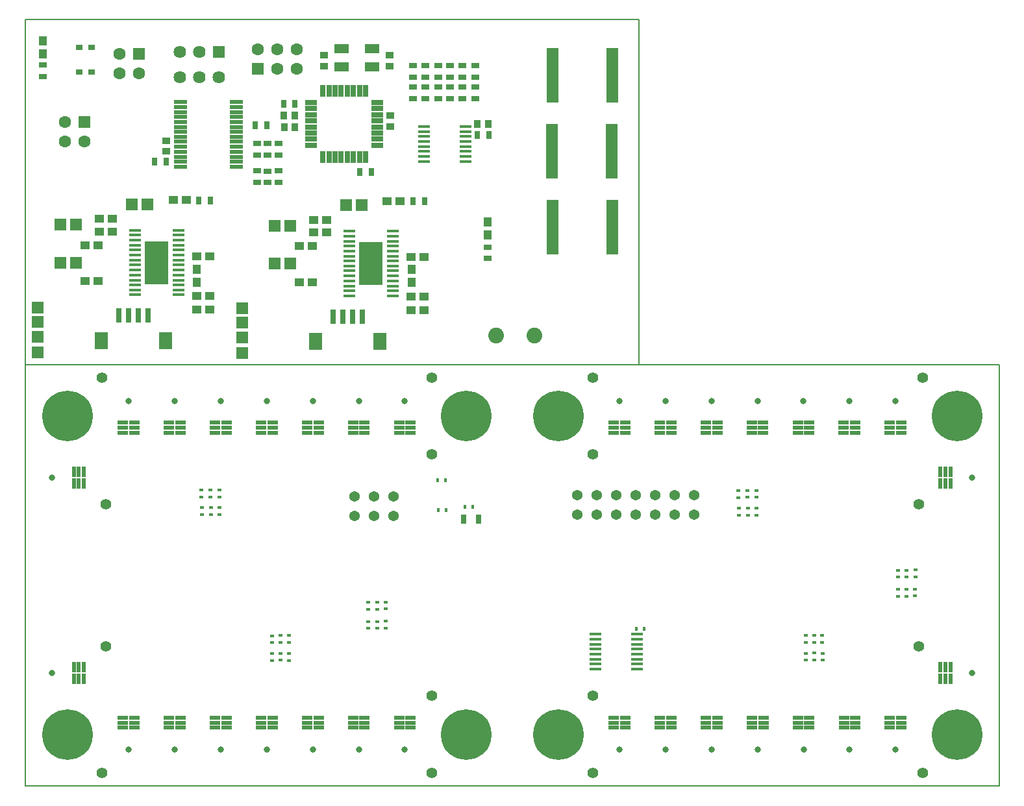
<source format=gts>
G04*
G04 #@! TF.GenerationSoftware,Altium Limited,Altium Designer,18.1.9 (240)*
G04*
G04 Layer_Color=8388736*
%FSLAX44Y44*%
%MOMM*%
G71*
G01*
G75*
%ADD36C,0.2000*%
%ADD40R,0.4500X0.6000*%
%ADD42R,0.6000X0.4000*%
%ADD43R,0.8000X1.3000*%
%ADD80R,1.0016X0.9016*%
%ADD81R,1.7016X2.3016*%
%ADD82R,0.8016X1.9016*%
%ADD83R,0.6516X1.6016*%
%ADD84R,1.6016X0.6516*%
%ADD85R,1.6256X1.6256*%
%ADD86R,1.0016X0.8016*%
%ADD87R,1.6016X7.1016*%
%ADD88R,1.5016X0.4516*%
%ADD89R,0.8016X1.0016*%
%ADD90R,1.2016X1.1016*%
%ADD91R,1.5016X1.6016*%
%ADD92R,1.1016X1.2016*%
%ADD93R,3.0988X5.6134*%
%ADD94R,1.5240X0.4572*%
%ADD95R,0.9016X1.0016*%
%ADD96R,0.8516X0.8016*%
%ADD97R,1.9016X1.3016*%
%ADD98R,1.7526X0.5334*%
%ADD99R,1.5016X0.4516*%
%ADD100R,0.5532X1.4032*%
%ADD101R,1.4032X0.5532*%
%ADD102R,1.6016X1.6016*%
%ADD103C,1.6016*%
%ADD104C,1.6256*%
%ADD105R,1.6256X1.6256*%
%ADD106C,2.0516*%
%ADD107C,0.8016*%
%ADD108C,1.3716*%
%ADD109C,1.4016*%
%ADD110C,6.6016*%
D36*
X200000Y750000D02*
X1000000D01*
X200000D02*
Y1200000D01*
X1000000D01*
Y750000D02*
Y1200000D01*
X1470000Y200000D02*
Y750000D01*
X200000D02*
X1470000D01*
X200000Y200000D02*
Y750000D01*
Y200000D02*
X1470000D01*
D40*
X747997Y598999D02*
D03*
X737997D02*
D03*
X773504Y564001D02*
D03*
X783504D02*
D03*
X997003Y405377D02*
D03*
X1007003D02*
D03*
X738497Y559999D02*
D03*
X748497D02*
D03*
D42*
X1360976Y481847D02*
D03*
Y472848D02*
D03*
X1349476Y481593D02*
D03*
Y472593D02*
D03*
X1337976Y481593D02*
D03*
Y472593D02*
D03*
X1360477Y456847D02*
D03*
Y447848D02*
D03*
X1349476Y456593D02*
D03*
Y447593D02*
D03*
X1337976Y456593D02*
D03*
Y447593D02*
D03*
X1239475Y396497D02*
D03*
Y387497D02*
D03*
X1153746Y553528D02*
D03*
Y562528D02*
D03*
X543730Y396260D02*
D03*
Y387261D02*
D03*
X453751Y553998D02*
D03*
Y562998D02*
D03*
X1228493Y396500D02*
D03*
Y387500D02*
D03*
X1142247Y553528D02*
D03*
Y562528D02*
D03*
X532748Y396263D02*
D03*
Y387263D02*
D03*
X442252Y553998D02*
D03*
Y562998D02*
D03*
X1217494Y396250D02*
D03*
Y387250D02*
D03*
X1130499Y553528D02*
D03*
Y562528D02*
D03*
X521749Y396013D02*
D03*
Y387013D02*
D03*
X430504Y553998D02*
D03*
Y562998D02*
D03*
X1239976Y373247D02*
D03*
Y364248D02*
D03*
X1153245Y576778D02*
D03*
Y585778D02*
D03*
X544231Y373010D02*
D03*
Y364011D02*
D03*
X453250Y577248D02*
D03*
Y586248D02*
D03*
X1228994Y373475D02*
D03*
Y364475D02*
D03*
X1141745Y576553D02*
D03*
Y585553D02*
D03*
X533249Y373238D02*
D03*
Y364238D02*
D03*
X441750Y577023D02*
D03*
Y586023D02*
D03*
X1217996Y373250D02*
D03*
Y364250D02*
D03*
X1129997Y576528D02*
D03*
Y585528D02*
D03*
X522251Y373013D02*
D03*
Y364013D02*
D03*
X430002Y576998D02*
D03*
Y585998D02*
D03*
X647456Y405756D02*
D03*
Y414756D02*
D03*
X658956Y405756D02*
D03*
Y414756D02*
D03*
X669956Y406010D02*
D03*
Y415010D02*
D03*
X647455Y430756D02*
D03*
Y439756D02*
D03*
X658955Y430756D02*
D03*
Y439756D02*
D03*
X670455Y431010D02*
D03*
Y440010D02*
D03*
D43*
X791004Y548501D02*
D03*
X772004D02*
D03*
D80*
X676250Y1060500D02*
D03*
Y1074500D02*
D03*
X589890Y1153240D02*
D03*
Y1139240D02*
D03*
X674980D02*
D03*
Y1153240D02*
D03*
X383820Y1042028D02*
D03*
Y1028027D02*
D03*
D81*
X662820Y779738D02*
D03*
X578320D02*
D03*
X383420Y781008D02*
D03*
X298920D02*
D03*
D82*
X614320Y812738D02*
D03*
X601820D02*
D03*
X626820D02*
D03*
X639320D02*
D03*
X334920Y814008D02*
D03*
X322420D02*
D03*
X347420D02*
D03*
X359920D02*
D03*
D83*
X644065Y1020920D02*
D03*
X636065D02*
D03*
X628065D02*
D03*
X620065D02*
D03*
X612065D02*
D03*
X604065D02*
D03*
X596065D02*
D03*
X588065D02*
D03*
Y1106920D02*
D03*
X596065D02*
D03*
X604065D02*
D03*
X612065D02*
D03*
X620065D02*
D03*
X628065D02*
D03*
X636065D02*
D03*
X644065D02*
D03*
D84*
X573065Y1035920D02*
D03*
Y1043920D02*
D03*
Y1051920D02*
D03*
Y1059920D02*
D03*
Y1067920D02*
D03*
Y1075920D02*
D03*
Y1083920D02*
D03*
Y1091920D02*
D03*
X659065D02*
D03*
Y1083920D02*
D03*
Y1075920D02*
D03*
Y1067920D02*
D03*
Y1059920D02*
D03*
Y1051920D02*
D03*
Y1043920D02*
D03*
Y1035920D02*
D03*
D85*
X483210Y823660D02*
D03*
X216510Y824596D02*
D03*
X483210Y804610D02*
D03*
Y785560D02*
D03*
Y765240D02*
D03*
X216510Y766176D02*
D03*
Y786496D02*
D03*
Y805546D02*
D03*
D86*
X786740Y1124650D02*
D03*
Y1139650D02*
D03*
X770082Y1124649D02*
D03*
Y1139649D02*
D03*
X753720Y1124770D02*
D03*
Y1139770D02*
D03*
X786740Y1111710D02*
D03*
Y1096710D02*
D03*
X770082Y1111709D02*
D03*
Y1096709D02*
D03*
X753720Y1111710D02*
D03*
Y1096710D02*
D03*
X721970Y1124650D02*
D03*
Y1139650D02*
D03*
X738632Y1124649D02*
D03*
Y1139649D02*
D03*
X705460Y1139650D02*
D03*
Y1124650D02*
D03*
X721970Y1111710D02*
D03*
Y1096710D02*
D03*
X502260Y1023170D02*
D03*
Y1038170D02*
D03*
X502260Y1002610D02*
D03*
Y987610D02*
D03*
X516230Y1002299D02*
D03*
Y987299D02*
D03*
X530200Y1002610D02*
D03*
Y987610D02*
D03*
X705460Y1111710D02*
D03*
Y1096710D02*
D03*
X222860Y1140862D02*
D03*
Y1125862D02*
D03*
X738480Y1111710D02*
D03*
Y1096710D02*
D03*
X530200Y1023170D02*
D03*
Y1038170D02*
D03*
X516230Y1023170D02*
D03*
Y1038170D02*
D03*
X803174Y888216D02*
D03*
Y903216D02*
D03*
D87*
X888000Y1127280D02*
D03*
X966000D02*
D03*
X888000Y929160D02*
D03*
X966000D02*
D03*
X886730Y1028220D02*
D03*
X964730D02*
D03*
D88*
X773920Y1015027D02*
D03*
Y1021527D02*
D03*
Y1028027D02*
D03*
Y1034528D02*
D03*
Y1041028D02*
D03*
Y1047527D02*
D03*
Y1054027D02*
D03*
Y1060527D02*
D03*
X719920Y1015027D02*
D03*
Y1021527D02*
D03*
Y1028027D02*
D03*
Y1034528D02*
D03*
Y1041028D02*
D03*
Y1047527D02*
D03*
Y1054027D02*
D03*
Y1060527D02*
D03*
D89*
X636492Y1001415D02*
D03*
X651492D02*
D03*
X789400Y1049720D02*
D03*
X804400D02*
D03*
X705580Y963026D02*
D03*
X720580D02*
D03*
X426180Y964296D02*
D03*
X441180D02*
D03*
X514840Y1062420D02*
D03*
X499840D02*
D03*
X551812Y1090315D02*
D03*
X536812D02*
D03*
X369030Y1015027D02*
D03*
X384030D02*
D03*
D90*
X574650Y904486D02*
D03*
X557650D02*
D03*
X703310Y838566D02*
D03*
X720310D02*
D03*
X574650Y857616D02*
D03*
X557650D02*
D03*
X576310Y938896D02*
D03*
X593310D02*
D03*
X576310Y922186D02*
D03*
X593310D02*
D03*
X719920Y890636D02*
D03*
X702920D02*
D03*
X720310Y820786D02*
D03*
X703310D02*
D03*
X688603Y963360D02*
D03*
X671602D02*
D03*
X410176Y964630D02*
D03*
X393176D02*
D03*
X440910Y822056D02*
D03*
X423910D02*
D03*
X440910Y891460D02*
D03*
X423910D02*
D03*
X278250Y905756D02*
D03*
X295250D02*
D03*
X313910Y940166D02*
D03*
X296910D02*
D03*
X313910Y923456D02*
D03*
X296910D02*
D03*
X440910Y839749D02*
D03*
X423910D02*
D03*
X278250Y858886D02*
D03*
X295250D02*
D03*
D91*
X618377Y957946D02*
D03*
X638377D02*
D03*
X525280Y931276D02*
D03*
X545280D02*
D03*
X525280Y881746D02*
D03*
X545280D02*
D03*
X358977Y959216D02*
D03*
X338977D02*
D03*
X265880Y932546D02*
D03*
X245880D02*
D03*
X265880Y883016D02*
D03*
X245880D02*
D03*
D92*
X704190Y873990D02*
D03*
Y856990D02*
D03*
X423917Y873859D02*
D03*
Y856859D02*
D03*
X222860Y1155520D02*
D03*
Y1172520D02*
D03*
X803250Y935966D02*
D03*
Y918966D02*
D03*
D93*
X650850Y881746D02*
D03*
X371450Y883016D02*
D03*
D94*
X679298Y923910D02*
D03*
Y917560D02*
D03*
Y910956D02*
D03*
Y904606D02*
D03*
Y898002D02*
D03*
Y891398D02*
D03*
Y885048D02*
D03*
Y878444D02*
D03*
Y872094D02*
D03*
Y865490D02*
D03*
Y858886D02*
D03*
Y852536D02*
D03*
Y845932D02*
D03*
Y839582D02*
D03*
X622402D02*
D03*
Y845932D02*
D03*
Y852536D02*
D03*
Y858886D02*
D03*
Y865490D02*
D03*
Y872094D02*
D03*
Y878444D02*
D03*
Y885048D02*
D03*
Y891398D02*
D03*
Y898002D02*
D03*
Y904606D02*
D03*
Y910956D02*
D03*
Y917560D02*
D03*
Y923910D02*
D03*
X343002Y925180D02*
D03*
Y918830D02*
D03*
Y912226D02*
D03*
Y905876D02*
D03*
Y899272D02*
D03*
Y892668D02*
D03*
Y886318D02*
D03*
Y879714D02*
D03*
Y873364D02*
D03*
Y866760D02*
D03*
Y860156D02*
D03*
Y853806D02*
D03*
Y847202D02*
D03*
Y840852D02*
D03*
X399898D02*
D03*
Y847202D02*
D03*
Y853806D02*
D03*
Y860156D02*
D03*
Y866760D02*
D03*
Y873364D02*
D03*
Y879714D02*
D03*
Y886318D02*
D03*
Y892668D02*
D03*
Y899272D02*
D03*
Y905876D02*
D03*
Y912226D02*
D03*
Y918830D02*
D03*
Y925180D02*
D03*
D95*
X537312Y1075075D02*
D03*
X551312D02*
D03*
X551932Y1059920D02*
D03*
X537932D02*
D03*
X789900Y1063690D02*
D03*
X803900D02*
D03*
D96*
X270490Y1163510D02*
D03*
Y1131510D02*
D03*
X286990D02*
D03*
Y1163510D02*
D03*
D97*
X652562Y1162005D02*
D03*
X612562D02*
D03*
Y1138005D02*
D03*
X652562D02*
D03*
D98*
X475082Y1092335D02*
D03*
Y1085985D02*
D03*
Y1079381D02*
D03*
Y1073031D02*
D03*
Y1066427D02*
D03*
Y1059823D02*
D03*
Y1053473D02*
D03*
Y1046869D02*
D03*
Y1040519D02*
D03*
Y1033915D02*
D03*
Y1027311D02*
D03*
Y1020961D02*
D03*
Y1014357D02*
D03*
Y1008007D02*
D03*
X402438D02*
D03*
Y1014357D02*
D03*
Y1020961D02*
D03*
Y1027311D02*
D03*
Y1033915D02*
D03*
Y1040519D02*
D03*
Y1046869D02*
D03*
Y1053473D02*
D03*
Y1059823D02*
D03*
Y1066427D02*
D03*
Y1073031D02*
D03*
Y1079381D02*
D03*
Y1085985D02*
D03*
Y1092335D02*
D03*
D99*
X997468Y352660D02*
D03*
Y359160D02*
D03*
Y365660D02*
D03*
Y372160D02*
D03*
Y378660D02*
D03*
Y385160D02*
D03*
Y391660D02*
D03*
Y398160D02*
D03*
X943468Y352660D02*
D03*
Y359160D02*
D03*
Y365660D02*
D03*
Y372160D02*
D03*
Y378660D02*
D03*
Y385160D02*
D03*
Y391660D02*
D03*
Y398160D02*
D03*
D100*
X276500Y610000D02*
D03*
X270000D02*
D03*
X263500D02*
D03*
X276500Y595000D02*
D03*
X270000D02*
D03*
X263500D02*
D03*
X1406500Y355000D02*
D03*
X1400000D02*
D03*
X1393500D02*
D03*
X1406500Y340000D02*
D03*
X1400000D02*
D03*
X1393500D02*
D03*
X263500Y340000D02*
D03*
X270000D02*
D03*
X276500D02*
D03*
X263500Y355000D02*
D03*
X270000D02*
D03*
X276500D02*
D03*
X1393497Y594993D02*
D03*
X1399998D02*
D03*
X1406497D02*
D03*
X1393497Y609993D02*
D03*
X1399998D02*
D03*
X1406497D02*
D03*
D101*
X702500Y276003D02*
D03*
Y282503D02*
D03*
Y289003D02*
D03*
X687500Y276003D02*
D03*
Y282503D02*
D03*
Y289003D02*
D03*
X982420Y660997D02*
D03*
Y667497D02*
D03*
Y673997D02*
D03*
X967420Y660997D02*
D03*
Y667497D02*
D03*
Y673997D02*
D03*
X342500Y661000D02*
D03*
Y667500D02*
D03*
Y674000D02*
D03*
X327500Y661000D02*
D03*
Y667500D02*
D03*
Y674000D02*
D03*
X642500Y276003D02*
D03*
Y282503D02*
D03*
Y289003D02*
D03*
X627500Y276003D02*
D03*
Y282503D02*
D03*
Y289003D02*
D03*
X1042420Y660997D02*
D03*
Y667497D02*
D03*
Y673997D02*
D03*
X1027420Y660997D02*
D03*
Y667497D02*
D03*
Y673997D02*
D03*
X1342500Y276000D02*
D03*
Y282500D02*
D03*
Y289000D02*
D03*
X1327500Y276000D02*
D03*
Y282500D02*
D03*
Y289000D02*
D03*
X402500Y661000D02*
D03*
Y667500D02*
D03*
Y674000D02*
D03*
X387500Y661000D02*
D03*
Y667500D02*
D03*
Y674000D02*
D03*
X582500Y276003D02*
D03*
Y282503D02*
D03*
Y289003D02*
D03*
X567500Y276003D02*
D03*
Y282503D02*
D03*
Y289003D02*
D03*
X1102420Y660997D02*
D03*
Y667497D02*
D03*
Y673997D02*
D03*
X1087420Y660997D02*
D03*
Y667497D02*
D03*
Y673997D02*
D03*
X1282500Y276000D02*
D03*
Y282500D02*
D03*
Y289000D02*
D03*
X1267500Y276000D02*
D03*
Y282500D02*
D03*
Y289000D02*
D03*
X462500Y661000D02*
D03*
Y667500D02*
D03*
Y674000D02*
D03*
X447500Y661000D02*
D03*
Y667500D02*
D03*
Y674000D02*
D03*
X522500Y276003D02*
D03*
Y282503D02*
D03*
Y289003D02*
D03*
X507500Y276003D02*
D03*
Y282503D02*
D03*
Y289003D02*
D03*
X1162420Y660997D02*
D03*
Y667497D02*
D03*
Y673997D02*
D03*
X1147420Y660997D02*
D03*
Y667497D02*
D03*
Y673997D02*
D03*
X1222500Y276000D02*
D03*
Y282500D02*
D03*
Y289000D02*
D03*
X1207500Y276000D02*
D03*
Y282500D02*
D03*
Y289000D02*
D03*
X522500Y661000D02*
D03*
Y667500D02*
D03*
Y674000D02*
D03*
X507500Y661000D02*
D03*
Y667500D02*
D03*
Y674000D02*
D03*
X462500Y276003D02*
D03*
Y282503D02*
D03*
Y289003D02*
D03*
X447500Y276003D02*
D03*
Y282503D02*
D03*
Y289003D02*
D03*
X1222420Y660997D02*
D03*
Y667497D02*
D03*
Y673997D02*
D03*
X1207420Y660997D02*
D03*
Y667497D02*
D03*
Y673997D02*
D03*
X1162500Y276000D02*
D03*
Y282500D02*
D03*
Y289000D02*
D03*
X1147500Y276000D02*
D03*
Y282500D02*
D03*
Y289000D02*
D03*
X582500Y661000D02*
D03*
Y667500D02*
D03*
Y674000D02*
D03*
X567500Y661000D02*
D03*
Y667500D02*
D03*
Y674000D02*
D03*
X402500Y276003D02*
D03*
Y282503D02*
D03*
Y289003D02*
D03*
X387500Y276003D02*
D03*
Y282503D02*
D03*
Y289003D02*
D03*
X1282420Y660997D02*
D03*
Y667497D02*
D03*
Y673997D02*
D03*
X1267420Y660997D02*
D03*
Y667497D02*
D03*
Y673997D02*
D03*
X1102500Y276000D02*
D03*
Y282500D02*
D03*
Y289000D02*
D03*
X1087500Y276000D02*
D03*
Y282500D02*
D03*
Y289000D02*
D03*
X642500Y661000D02*
D03*
Y667500D02*
D03*
Y674000D02*
D03*
X627500Y661000D02*
D03*
Y667500D02*
D03*
Y674000D02*
D03*
X342500Y276003D02*
D03*
Y282503D02*
D03*
Y289003D02*
D03*
X327500Y276003D02*
D03*
Y282503D02*
D03*
Y289003D02*
D03*
X1342420Y660997D02*
D03*
Y667497D02*
D03*
Y673997D02*
D03*
X1327420Y660997D02*
D03*
Y667497D02*
D03*
Y673997D02*
D03*
X1042500Y276000D02*
D03*
Y282500D02*
D03*
Y289000D02*
D03*
X1027500Y276000D02*
D03*
Y282500D02*
D03*
Y289000D02*
D03*
X702500Y661000D02*
D03*
Y667500D02*
D03*
Y674000D02*
D03*
X687500Y661000D02*
D03*
Y667500D02*
D03*
Y674000D02*
D03*
X982500Y276000D02*
D03*
Y282500D02*
D03*
Y289000D02*
D03*
X967500Y276000D02*
D03*
Y282500D02*
D03*
Y289000D02*
D03*
D102*
X503533Y1136080D02*
D03*
X348590Y1155130D02*
D03*
X277470Y1066230D02*
D03*
D103*
X503533Y1161480D02*
D03*
X528933Y1136080D02*
D03*
Y1161480D02*
D03*
X554333Y1136080D02*
D03*
Y1161480D02*
D03*
X348590Y1129730D02*
D03*
X323190Y1155130D02*
D03*
Y1129730D02*
D03*
X252070Y1040830D02*
D03*
Y1066230D02*
D03*
X277470Y1040830D02*
D03*
D104*
X401930Y1124650D02*
D03*
X427330D02*
D03*
X452730D02*
D03*
X401930Y1157670D02*
D03*
X427330D02*
D03*
D105*
X452730D02*
D03*
D106*
X813810Y788100D02*
D03*
X863810D02*
D03*
D107*
X235000Y602500D02*
D03*
X695000Y247503D02*
D03*
X974920Y702497D02*
D03*
X1435000Y347500D02*
D03*
X335000Y702500D02*
D03*
X635000Y247503D02*
D03*
X1034920Y702497D02*
D03*
X1335000Y247500D02*
D03*
X395000Y702500D02*
D03*
X575000Y247503D02*
D03*
X1094920Y702497D02*
D03*
X1275000Y247500D02*
D03*
X455000Y702500D02*
D03*
X515000Y247503D02*
D03*
X1154920Y702497D02*
D03*
X1215000Y247500D02*
D03*
X515000Y702500D02*
D03*
X455000Y247503D02*
D03*
X1214920Y702497D02*
D03*
X1155000Y247500D02*
D03*
X575000Y702500D02*
D03*
X395000Y247503D02*
D03*
X1274920Y702497D02*
D03*
X1095000Y247500D02*
D03*
X635000Y702500D02*
D03*
X335000Y247503D02*
D03*
X1334920Y702497D02*
D03*
X1035000Y247500D02*
D03*
X695000Y702500D02*
D03*
X235000Y347500D02*
D03*
X1434997Y602493D02*
D03*
X975000Y247500D02*
D03*
D108*
X629815Y577697D02*
D03*
Y552297D02*
D03*
X655215Y577697D02*
D03*
Y552297D02*
D03*
X680615Y577697D02*
D03*
Y552297D02*
D03*
X1072330Y554297D02*
D03*
Y579697D02*
D03*
X1046930D02*
D03*
Y554297D02*
D03*
X1021530Y579697D02*
D03*
Y554297D02*
D03*
X996130Y579697D02*
D03*
Y554297D02*
D03*
X919930D02*
D03*
Y579697D02*
D03*
X945330Y554297D02*
D03*
Y579697D02*
D03*
X970730Y554297D02*
D03*
Y579697D02*
D03*
D109*
X1365000Y382500D02*
D03*
X1370000Y217500D02*
D03*
X940000D02*
D03*
X940000Y317500D02*
D03*
X1365000Y567500D02*
D03*
X1370000Y732500D02*
D03*
X940000Y632500D02*
D03*
Y732500D02*
D03*
X730000Y632500D02*
D03*
Y732500D02*
D03*
X300000D02*
D03*
X305000Y567500D02*
D03*
X305000Y382500D02*
D03*
X300000Y217500D02*
D03*
X730000Y317500D02*
D03*
Y217500D02*
D03*
D110*
X1415000Y267500D02*
D03*
Y682500D02*
D03*
X895000Y267500D02*
D03*
Y682500D02*
D03*
X775000Y267500D02*
D03*
Y682500D02*
D03*
X255000D02*
D03*
Y267500D02*
D03*
M02*

</source>
